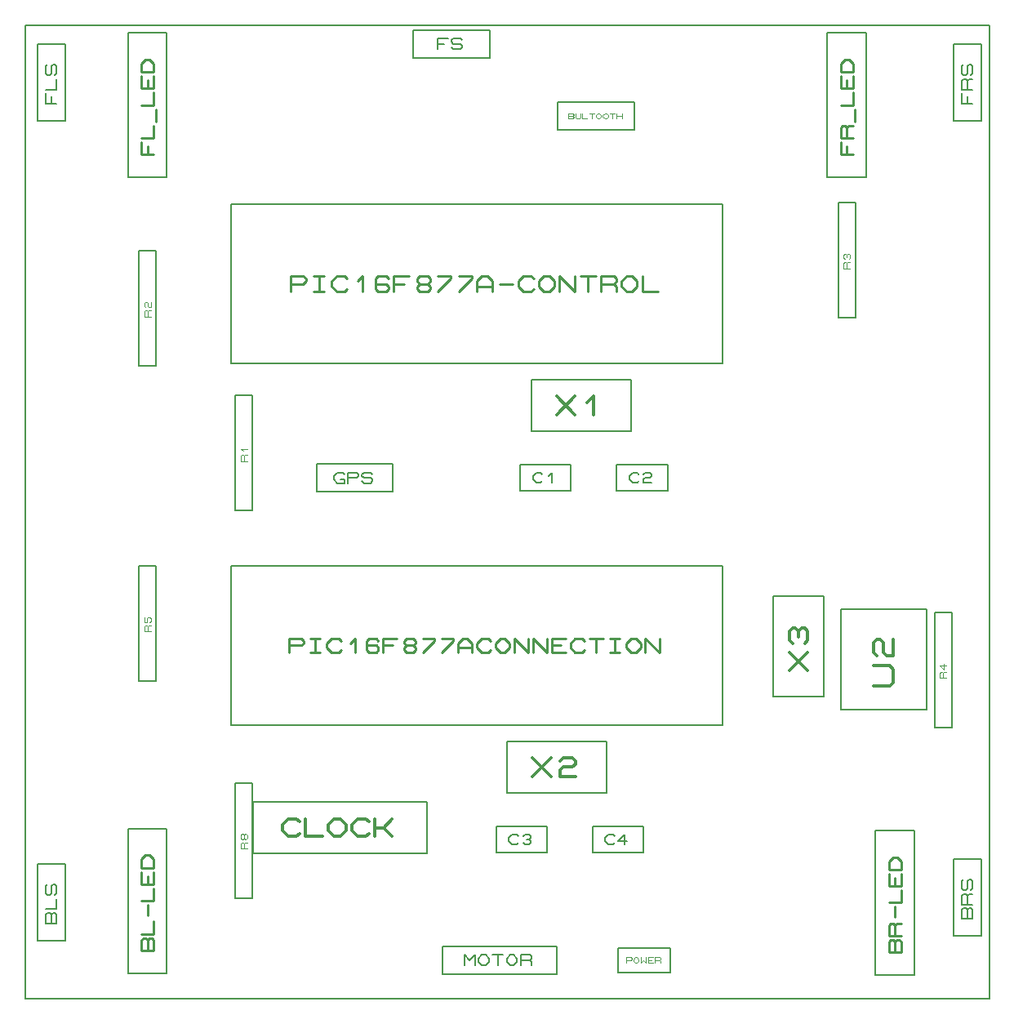
<source format=gbr>
G04 PROTEUS GERBER X2 FILE*
%TF.GenerationSoftware,Labcenter,Proteus,8.6-SP2-Build23525*%
%TF.CreationDate,2018-06-21T20:22:57+00:00*%
%TF.FileFunction,AssemblyDrawing,Top*%
%TF.FilePolarity,Positive*%
%TF.Part,Single*%
%FSLAX45Y45*%
%MOMM*%
G01*
%TA.AperFunction,Profile*%
%ADD20C,0.203200*%
%TA.AperFunction,Material*%
%ADD21C,0.203200*%
%ADD33C,0.268430*%
%ADD34C,0.242870*%
%ADD35C,0.164590*%
%ADD36C,0.214080*%
%ADD23C,0.152400*%
%ADD37C,0.182880*%
%ADD38C,0.106680*%
%ADD39C,0.316990*%
%ADD40C,0.093980*%
%ADD41C,0.299720*%
%ADD42C,0.345440*%
%ADD43C,0.089520*%
%TD.AperFunction*%
D20*
X-4520000Y-1400000D02*
X+5480000Y-1400000D01*
X+5480000Y+8690000D01*
X-4520000Y+8690000D01*
X-4520000Y-1400000D01*
D21*
X-2387160Y+5186500D02*
X+2713160Y+5186500D01*
X+2713160Y+6837500D01*
X-2387160Y+6837500D01*
X-2387160Y+5186500D01*
D33*
X-1769741Y+5931469D02*
X-1769741Y+6092531D01*
X-1635523Y+6092531D01*
X-1608680Y+6065687D01*
X-1608680Y+6038844D01*
X-1635523Y+6012000D01*
X-1769741Y+6012000D01*
X-1528149Y+6092531D02*
X-1420774Y+6092531D01*
X-1474462Y+6092531D02*
X-1474462Y+5931469D01*
X-1528149Y+5931469D02*
X-1420774Y+5931469D01*
X-1179182Y+5958313D02*
X-1206025Y+5931469D01*
X-1286556Y+5931469D01*
X-1340243Y+5985156D01*
X-1340243Y+6038844D01*
X-1286556Y+6092531D01*
X-1206025Y+6092531D01*
X-1179182Y+6065687D01*
X-1071807Y+6038844D02*
X-1018120Y+6092531D01*
X-1018120Y+5931469D01*
X-749684Y+6065687D02*
X-776527Y+6092531D01*
X-857058Y+6092531D01*
X-883902Y+6065687D01*
X-883902Y+5958313D01*
X-857058Y+5931469D01*
X-776527Y+5931469D01*
X-749684Y+5958313D01*
X-749684Y+5985156D01*
X-776527Y+6012000D01*
X-883902Y+6012000D01*
X-695996Y+5931469D02*
X-695996Y+6092531D01*
X-534935Y+6092531D01*
X-695996Y+6012000D02*
X-588622Y+6012000D01*
X-427560Y+6012000D02*
X-454404Y+6038844D01*
X-454404Y+6065687D01*
X-427560Y+6092531D01*
X-347029Y+6092531D01*
X-320186Y+6065687D01*
X-320186Y+6038844D01*
X-347029Y+6012000D01*
X-427560Y+6012000D01*
X-454404Y+5985156D01*
X-454404Y+5958313D01*
X-427560Y+5931469D01*
X-347029Y+5931469D01*
X-320186Y+5958313D01*
X-320186Y+5985156D01*
X-347029Y+6012000D01*
X-239655Y+6092531D02*
X-105437Y+6092531D01*
X-105437Y+6065687D01*
X-239655Y+5931469D01*
X-24906Y+6092531D02*
X+109312Y+6092531D01*
X+109312Y+6065687D01*
X-24906Y+5931469D01*
X+163000Y+5931469D02*
X+163000Y+6038844D01*
X+216687Y+6092531D01*
X+270374Y+6092531D01*
X+324061Y+6038844D01*
X+324061Y+5931469D01*
X+163000Y+5985156D02*
X+324061Y+5985156D01*
X+404592Y+6012000D02*
X+538810Y+6012000D01*
X+753559Y+5958313D02*
X+726716Y+5931469D01*
X+646185Y+5931469D01*
X+592498Y+5985156D01*
X+592498Y+6038844D01*
X+646185Y+6092531D01*
X+726716Y+6092531D01*
X+753559Y+6065687D01*
X+807247Y+6038844D02*
X+860934Y+6092531D01*
X+914621Y+6092531D01*
X+968308Y+6038844D01*
X+968308Y+5985156D01*
X+914621Y+5931469D01*
X+860934Y+5931469D01*
X+807247Y+5985156D01*
X+807247Y+6038844D01*
X+1021996Y+5931469D02*
X+1021996Y+6092531D01*
X+1183057Y+5931469D01*
X+1183057Y+6092531D01*
X+1236745Y+6092531D02*
X+1397806Y+6092531D01*
X+1317275Y+6092531D02*
X+1317275Y+5931469D01*
X+1451494Y+5931469D02*
X+1451494Y+6092531D01*
X+1585712Y+6092531D01*
X+1612555Y+6065687D01*
X+1612555Y+6038844D01*
X+1585712Y+6012000D01*
X+1451494Y+6012000D01*
X+1585712Y+6012000D02*
X+1612555Y+5985156D01*
X+1612555Y+5931469D01*
X+1666243Y+6038844D02*
X+1719930Y+6092531D01*
X+1773617Y+6092531D01*
X+1827304Y+6038844D01*
X+1827304Y+5985156D01*
X+1773617Y+5931469D01*
X+1719930Y+5931469D01*
X+1666243Y+5985156D01*
X+1666243Y+6038844D01*
X+1880992Y+6092531D02*
X+1880992Y+5931469D01*
X+2042053Y+5931469D01*
D21*
X-2387160Y+1436500D02*
X+2713160Y+1436500D01*
X+2713160Y+3087500D01*
X-2387160Y+3087500D01*
X-2387160Y+1436500D01*
D34*
X-1779970Y+2189138D02*
X-1779970Y+2334861D01*
X-1658535Y+2334861D01*
X-1634248Y+2310574D01*
X-1634248Y+2286287D01*
X-1658535Y+2262000D01*
X-1779970Y+2262000D01*
X-1561386Y+2334861D02*
X-1464238Y+2334861D01*
X-1512812Y+2334861D02*
X-1512812Y+2189138D01*
X-1561386Y+2189138D02*
X-1464238Y+2189138D01*
X-1245654Y+2213425D02*
X-1269941Y+2189138D01*
X-1342802Y+2189138D01*
X-1391376Y+2237712D01*
X-1391376Y+2286287D01*
X-1342802Y+2334861D01*
X-1269941Y+2334861D01*
X-1245654Y+2310574D01*
X-1148505Y+2286287D02*
X-1099931Y+2334861D01*
X-1099931Y+2189138D01*
X-857060Y+2310574D02*
X-881347Y+2334861D01*
X-954208Y+2334861D01*
X-978495Y+2310574D01*
X-978495Y+2213425D01*
X-954208Y+2189138D01*
X-881347Y+2189138D01*
X-857060Y+2213425D01*
X-857060Y+2237712D01*
X-881347Y+2262000D01*
X-978495Y+2262000D01*
X-808485Y+2189138D02*
X-808485Y+2334861D01*
X-662763Y+2334861D01*
X-808485Y+2262000D02*
X-711337Y+2262000D01*
X-565614Y+2262000D02*
X-589901Y+2286287D01*
X-589901Y+2310574D01*
X-565614Y+2334861D01*
X-492753Y+2334861D01*
X-468466Y+2310574D01*
X-468466Y+2286287D01*
X-492753Y+2262000D01*
X-565614Y+2262000D01*
X-589901Y+2237712D01*
X-589901Y+2213425D01*
X-565614Y+2189138D01*
X-492753Y+2189138D01*
X-468466Y+2213425D01*
X-468466Y+2237712D01*
X-492753Y+2262000D01*
X-395604Y+2334861D02*
X-274169Y+2334861D01*
X-274169Y+2310574D01*
X-395604Y+2189138D01*
X-201307Y+2334861D02*
X-79872Y+2334861D01*
X-79872Y+2310574D01*
X-201307Y+2189138D01*
X-31297Y+2189138D02*
X-31297Y+2286287D01*
X+17277Y+2334861D01*
X+65851Y+2334861D01*
X+114425Y+2286287D01*
X+114425Y+2189138D01*
X-31297Y+2237712D02*
X+114425Y+2237712D01*
X+308722Y+2213425D02*
X+284435Y+2189138D01*
X+211574Y+2189138D01*
X+163000Y+2237712D01*
X+163000Y+2286287D01*
X+211574Y+2334861D01*
X+284435Y+2334861D01*
X+308722Y+2310574D01*
X+357297Y+2286287D02*
X+405871Y+2334861D01*
X+454445Y+2334861D01*
X+503019Y+2286287D01*
X+503019Y+2237712D01*
X+454445Y+2189138D01*
X+405871Y+2189138D01*
X+357297Y+2237712D01*
X+357297Y+2286287D01*
X+551594Y+2189138D02*
X+551594Y+2334861D01*
X+697316Y+2189138D01*
X+697316Y+2334861D01*
X+745891Y+2189138D02*
X+745891Y+2334861D01*
X+891613Y+2189138D01*
X+891613Y+2334861D01*
X+1085910Y+2189138D02*
X+940188Y+2189138D01*
X+940188Y+2334861D01*
X+1085910Y+2334861D01*
X+940188Y+2262000D02*
X+1037336Y+2262000D01*
X+1280207Y+2213425D02*
X+1255920Y+2189138D01*
X+1183059Y+2189138D01*
X+1134485Y+2237712D01*
X+1134485Y+2286287D01*
X+1183059Y+2334861D01*
X+1255920Y+2334861D01*
X+1280207Y+2310574D01*
X+1328782Y+2334861D02*
X+1474504Y+2334861D01*
X+1401643Y+2334861D02*
X+1401643Y+2189138D01*
X+1547366Y+2334861D02*
X+1644514Y+2334861D01*
X+1595940Y+2334861D02*
X+1595940Y+2189138D01*
X+1547366Y+2189138D02*
X+1644514Y+2189138D01*
X+1717376Y+2286287D02*
X+1765950Y+2334861D01*
X+1814524Y+2334861D01*
X+1863098Y+2286287D01*
X+1863098Y+2237712D01*
X+1814524Y+2189138D01*
X+1765950Y+2189138D01*
X+1717376Y+2237712D01*
X+1717376Y+2286287D01*
X+1911673Y+2189138D02*
X+1911673Y+2334861D01*
X+2057395Y+2189138D01*
X+2057395Y+2334861D01*
D21*
X+612840Y+3862840D02*
X+1141160Y+3862840D01*
X+1141160Y+4137160D01*
X+612840Y+4137160D01*
X+612840Y+3862840D01*
D35*
X+844081Y+3967081D02*
X+827622Y+3950622D01*
X+778245Y+3950622D01*
X+745327Y+3983540D01*
X+745327Y+4016459D01*
X+778245Y+4049377D01*
X+827622Y+4049377D01*
X+844081Y+4032918D01*
X+909918Y+4016459D02*
X+942836Y+4049377D01*
X+942836Y+3950622D01*
D21*
X+1612840Y+3862840D02*
X+2141160Y+3862840D01*
X+2141160Y+4137160D01*
X+1612840Y+4137160D01*
X+1612840Y+3862840D01*
D35*
X+1844081Y+3967081D02*
X+1827622Y+3950622D01*
X+1778245Y+3950622D01*
X+1745327Y+3983540D01*
X+1745327Y+4016459D01*
X+1778245Y+4049377D01*
X+1827622Y+4049377D01*
X+1844081Y+4032918D01*
X+1893459Y+4032918D02*
X+1909918Y+4049377D01*
X+1959295Y+4049377D01*
X+1975754Y+4032918D01*
X+1975754Y+4016459D01*
X+1959295Y+4000000D01*
X+1909918Y+4000000D01*
X+1893459Y+3983540D01*
X+1893459Y+3950622D01*
X+1975754Y+3950622D01*
D21*
X+362840Y+112840D02*
X+891160Y+112840D01*
X+891160Y+387160D01*
X+362840Y+387160D01*
X+362840Y+112840D01*
D35*
X+594081Y+217081D02*
X+577622Y+200622D01*
X+528245Y+200622D01*
X+495327Y+233540D01*
X+495327Y+266459D01*
X+528245Y+299377D01*
X+577622Y+299377D01*
X+594081Y+282918D01*
X+643459Y+282918D02*
X+659918Y+299377D01*
X+709295Y+299377D01*
X+725754Y+282918D01*
X+725754Y+266459D01*
X+709295Y+250000D01*
X+725754Y+233540D01*
X+725754Y+217081D01*
X+709295Y+200622D01*
X+659918Y+200622D01*
X+643459Y+217081D01*
X+676377Y+250000D02*
X+709295Y+250000D01*
D21*
X+1362840Y+112840D02*
X+1891160Y+112840D01*
X+1891160Y+387160D01*
X+1362840Y+387160D01*
X+1362840Y+112840D01*
D35*
X+1594081Y+217081D02*
X+1577622Y+200622D01*
X+1528245Y+200622D01*
X+1495327Y+233540D01*
X+1495327Y+266459D01*
X+1528245Y+299377D01*
X+1577622Y+299377D01*
X+1594081Y+282918D01*
X+1725754Y+233540D02*
X+1627000Y+233540D01*
X+1692836Y+299377D01*
X+1692836Y+200622D01*
D21*
X+3799340Y+7115700D02*
X+4200660Y+7115700D01*
X+4200660Y+8614300D01*
X+3799340Y+8614300D01*
X+3799340Y+7115700D01*
D36*
X+4064225Y+7351196D02*
X+3935774Y+7351196D01*
X+3935774Y+7479647D01*
X+4000000Y+7351196D02*
X+4000000Y+7436830D01*
X+4064225Y+7522464D02*
X+3935774Y+7522464D01*
X+3935774Y+7629506D01*
X+3957183Y+7650915D01*
X+3978591Y+7650915D01*
X+4000000Y+7629506D01*
X+4000000Y+7522464D01*
X+4000000Y+7629506D02*
X+4021408Y+7650915D01*
X+4064225Y+7650915D01*
X+4085634Y+7693732D02*
X+4085634Y+7822183D01*
X+3935774Y+7865000D02*
X+4064225Y+7865000D01*
X+4064225Y+7993451D01*
X+4064225Y+8164719D02*
X+4064225Y+8036268D01*
X+3935774Y+8036268D01*
X+3935774Y+8164719D01*
X+4000000Y+8036268D02*
X+4000000Y+8121902D01*
X+4064225Y+8207536D02*
X+3935774Y+8207536D01*
X+3935774Y+8293170D01*
X+3978591Y+8335987D01*
X+4021408Y+8335987D01*
X+4064225Y+8293170D01*
X+4064225Y+8207536D01*
D21*
X-3450660Y+7115700D02*
X-3049340Y+7115700D01*
X-3049340Y+8614300D01*
X-3450660Y+8614300D01*
X-3450660Y+7115700D01*
D36*
X-3185775Y+7351196D02*
X-3314226Y+7351196D01*
X-3314226Y+7479647D01*
X-3250000Y+7351196D02*
X-3250000Y+7436830D01*
X-3314226Y+7522464D02*
X-3185775Y+7522464D01*
X-3185775Y+7650915D01*
X-3164366Y+7693732D02*
X-3164366Y+7822183D01*
X-3314226Y+7865000D02*
X-3185775Y+7865000D01*
X-3185775Y+7993451D01*
X-3185775Y+8164719D02*
X-3185775Y+8036268D01*
X-3314226Y+8036268D01*
X-3314226Y+8164719D01*
X-3250000Y+8036268D02*
X-3250000Y+8121902D01*
X-3185775Y+8207536D02*
X-3314226Y+8207536D01*
X-3314226Y+8293170D01*
X-3271409Y+8335987D01*
X-3228592Y+8335987D01*
X-3185775Y+8293170D01*
X-3185775Y+8207536D01*
D21*
X+4299340Y-1154300D02*
X+4700660Y-1154300D01*
X+4700660Y+344300D01*
X+4299340Y+344300D01*
X+4299340Y-1154300D01*
D36*
X+4564225Y-918804D02*
X+4435774Y-918804D01*
X+4435774Y-811762D01*
X+4457183Y-790353D01*
X+4478591Y-790353D01*
X+4500000Y-811762D01*
X+4521408Y-790353D01*
X+4542817Y-790353D01*
X+4564225Y-811762D01*
X+4564225Y-918804D01*
X+4500000Y-918804D02*
X+4500000Y-811762D01*
X+4564225Y-747536D02*
X+4435774Y-747536D01*
X+4435774Y-640494D01*
X+4457183Y-619085D01*
X+4478591Y-619085D01*
X+4500000Y-640494D01*
X+4500000Y-747536D01*
X+4500000Y-640494D02*
X+4521408Y-619085D01*
X+4564225Y-619085D01*
X+4500000Y-554860D02*
X+4500000Y-447817D01*
X+4435774Y-405000D02*
X+4564225Y-405000D01*
X+4564225Y-276549D01*
X+4564225Y-105281D02*
X+4564225Y-233732D01*
X+4435774Y-233732D01*
X+4435774Y-105281D01*
X+4500000Y-233732D02*
X+4500000Y-148098D01*
X+4564225Y-62464D02*
X+4435774Y-62464D01*
X+4435774Y+23170D01*
X+4478591Y+65987D01*
X+4521408Y+65987D01*
X+4564225Y+23170D01*
X+4564225Y-62464D01*
D21*
X-3450660Y-1134300D02*
X-3049340Y-1134300D01*
X-3049340Y+364300D01*
X-3450660Y+364300D01*
X-3450660Y-1134300D01*
D36*
X-3185775Y-898804D02*
X-3314226Y-898804D01*
X-3314226Y-791762D01*
X-3292817Y-770353D01*
X-3271409Y-770353D01*
X-3250000Y-791762D01*
X-3228592Y-770353D01*
X-3207183Y-770353D01*
X-3185775Y-791762D01*
X-3185775Y-898804D01*
X-3250000Y-898804D02*
X-3250000Y-791762D01*
X-3314226Y-727536D02*
X-3185775Y-727536D01*
X-3185775Y-599085D01*
X-3250000Y-534860D02*
X-3250000Y-427817D01*
X-3314226Y-385000D02*
X-3185775Y-385000D01*
X-3185775Y-256549D01*
X-3185775Y-85281D02*
X-3185775Y-213732D01*
X-3314226Y-213732D01*
X-3314226Y-85281D01*
X-3250000Y-213732D02*
X-3250000Y-128098D01*
X-3185775Y-42464D02*
X-3314226Y-42464D01*
X-3314226Y+43170D01*
X-3271409Y+85987D01*
X-3228592Y+85987D01*
X-3185775Y+43170D01*
X-3185775Y-42464D01*
D23*
X-495250Y+8644780D02*
X-495250Y+8355220D01*
X+295250Y+8355220D01*
X+295250Y+8644780D01*
X-495250Y+8644780D01*
X-495250Y+8355220D01*
X+295250Y+8355220D01*
X+295250Y+8644780D01*
X-495250Y+8644780D01*
D37*
X-246304Y+8445136D02*
X-246304Y+8554864D01*
X-136576Y+8554864D01*
X-246304Y+8500000D02*
X-173152Y+8500000D01*
X-100000Y+8463424D02*
X-81712Y+8445136D01*
X-8560Y+8445136D01*
X+9728Y+8463424D01*
X+9728Y+8481712D01*
X-8560Y+8500000D01*
X-81712Y+8500000D01*
X-100000Y+8518288D01*
X-100000Y+8536576D01*
X-81712Y+8554864D01*
X-8560Y+8554864D01*
X+9728Y+8536576D01*
D23*
X-4105220Y+8495250D02*
X-4394780Y+8495250D01*
X-4394780Y+7704750D01*
X-4105220Y+7704750D01*
X-4105220Y+8495250D01*
X-4394780Y+8495250D01*
X-4394780Y+7704750D01*
X-4105220Y+7704750D01*
X-4105220Y+8495250D01*
D37*
X-4195136Y+7880544D02*
X-4304864Y+7880544D01*
X-4304864Y+7990272D01*
X-4250000Y+7880544D02*
X-4250000Y+7953696D01*
X-4304864Y+8026848D02*
X-4195136Y+8026848D01*
X-4195136Y+8136576D01*
X-4213424Y+8173152D02*
X-4195136Y+8191440D01*
X-4195136Y+8264592D01*
X-4213424Y+8282880D01*
X-4231712Y+8282880D01*
X-4250000Y+8264592D01*
X-4250000Y+8191440D01*
X-4268288Y+8173152D01*
X-4286576Y+8173152D01*
X-4304864Y+8191440D01*
X-4304864Y+8264592D01*
X-4286576Y+8282880D01*
D23*
X+5394780Y+8495250D02*
X+5105220Y+8495250D01*
X+5105220Y+7704750D01*
X+5394780Y+7704750D01*
X+5394780Y+8495250D01*
X+5105220Y+8495250D01*
X+5105220Y+7704750D01*
X+5394780Y+7704750D01*
X+5394780Y+8495250D01*
D37*
X+5304864Y+7880544D02*
X+5195136Y+7880544D01*
X+5195136Y+7990272D01*
X+5250000Y+7880544D02*
X+5250000Y+7953696D01*
X+5304864Y+8026848D02*
X+5195136Y+8026848D01*
X+5195136Y+8118288D01*
X+5213424Y+8136576D01*
X+5231712Y+8136576D01*
X+5250000Y+8118288D01*
X+5250000Y+8026848D01*
X+5250000Y+8118288D02*
X+5268288Y+8136576D01*
X+5304864Y+8136576D01*
X+5286576Y+8173152D02*
X+5304864Y+8191440D01*
X+5304864Y+8264592D01*
X+5286576Y+8282880D01*
X+5268288Y+8282880D01*
X+5250000Y+8264592D01*
X+5250000Y+8191440D01*
X+5231712Y+8173152D01*
X+5213424Y+8173152D01*
X+5195136Y+8191440D01*
X+5195136Y+8264592D01*
X+5213424Y+8282880D01*
D23*
X+5394780Y+45250D02*
X+5105220Y+45250D01*
X+5105220Y-745250D01*
X+5394780Y-745250D01*
X+5394780Y+45250D01*
X+5105220Y+45250D01*
X+5105220Y-745250D01*
X+5394780Y-745250D01*
X+5394780Y+45250D01*
D37*
X+5304864Y-569456D02*
X+5195136Y-569456D01*
X+5195136Y-478016D01*
X+5213424Y-459728D01*
X+5231712Y-459728D01*
X+5250000Y-478016D01*
X+5268288Y-459728D01*
X+5286576Y-459728D01*
X+5304864Y-478016D01*
X+5304864Y-569456D01*
X+5250000Y-569456D02*
X+5250000Y-478016D01*
X+5304864Y-423152D02*
X+5195136Y-423152D01*
X+5195136Y-331712D01*
X+5213424Y-313424D01*
X+5231712Y-313424D01*
X+5250000Y-331712D01*
X+5250000Y-423152D01*
X+5250000Y-331712D02*
X+5268288Y-313424D01*
X+5304864Y-313424D01*
X+5286576Y-276848D02*
X+5304864Y-258560D01*
X+5304864Y-185408D01*
X+5286576Y-167120D01*
X+5268288Y-167120D01*
X+5250000Y-185408D01*
X+5250000Y-258560D01*
X+5231712Y-276848D01*
X+5213424Y-276848D01*
X+5195136Y-258560D01*
X+5195136Y-185408D01*
X+5213424Y-167120D01*
D23*
X-4105220Y-4750D02*
X-4394780Y-4750D01*
X-4394780Y-795250D01*
X-4105220Y-795250D01*
X-4105220Y-4750D01*
X-4394780Y-4750D01*
X-4394780Y-795250D01*
X-4105220Y-795250D01*
X-4105220Y-4750D01*
D37*
X-4195136Y-619456D02*
X-4304864Y-619456D01*
X-4304864Y-528016D01*
X-4286576Y-509728D01*
X-4268288Y-509728D01*
X-4250000Y-528016D01*
X-4231712Y-509728D01*
X-4213424Y-509728D01*
X-4195136Y-528016D01*
X-4195136Y-619456D01*
X-4250000Y-619456D02*
X-4250000Y-528016D01*
X-4304864Y-473152D02*
X-4195136Y-473152D01*
X-4195136Y-363424D01*
X-4213424Y-326848D02*
X-4195136Y-308560D01*
X-4195136Y-235408D01*
X-4213424Y-217120D01*
X-4231712Y-217120D01*
X-4250000Y-235408D01*
X-4250000Y-308560D01*
X-4268288Y-326848D01*
X-4286576Y-326848D01*
X-4304864Y-308560D01*
X-4304864Y-235408D01*
X-4286576Y-217120D01*
D23*
X-1495250Y+4144780D02*
X-1495250Y+3855220D01*
X-704750Y+3855220D01*
X-704750Y+4144780D01*
X-1495250Y+4144780D01*
X-1495250Y+3855220D01*
X-704750Y+3855220D01*
X-704750Y+4144780D01*
X-1495250Y+4144780D01*
D37*
X-1246304Y+3981712D02*
X-1209728Y+3981712D01*
X-1209728Y+3945136D01*
X-1282880Y+3945136D01*
X-1319456Y+3981712D01*
X-1319456Y+4018288D01*
X-1282880Y+4054864D01*
X-1228016Y+4054864D01*
X-1209728Y+4036576D01*
X-1173152Y+3945136D02*
X-1173152Y+4054864D01*
X-1081712Y+4054864D01*
X-1063424Y+4036576D01*
X-1063424Y+4018288D01*
X-1081712Y+4000000D01*
X-1173152Y+4000000D01*
X-1026848Y+3963424D02*
X-1008560Y+3945136D01*
X-935408Y+3945136D01*
X-917120Y+3963424D01*
X-917120Y+3981712D01*
X-935408Y+4000000D01*
X-1008560Y+4000000D01*
X-1026848Y+4018288D01*
X-1026848Y+4036576D01*
X-1008560Y+4054864D01*
X-935408Y+4054864D01*
X-917120Y+4036576D01*
D23*
X-195250Y-855220D02*
X-195250Y-1144780D01*
X+995250Y-1144780D01*
X+995250Y-855220D01*
X-195250Y-855220D01*
X-195250Y-1144780D01*
X+995250Y-1144780D01*
X+995250Y-855220D01*
X-195250Y-855220D01*
D37*
X+34240Y-1054864D02*
X+34240Y-945136D01*
X+89104Y-1000000D01*
X+143968Y-945136D01*
X+143968Y-1054864D01*
X+180544Y-981712D02*
X+217120Y-945136D01*
X+253696Y-945136D01*
X+290272Y-981712D01*
X+290272Y-1018288D01*
X+253696Y-1054864D01*
X+217120Y-1054864D01*
X+180544Y-1018288D01*
X+180544Y-981712D01*
X+326848Y-945136D02*
X+436576Y-945136D01*
X+381712Y-945136D02*
X+381712Y-1054864D01*
X+473152Y-981712D02*
X+509728Y-945136D01*
X+546304Y-945136D01*
X+582880Y-981712D01*
X+582880Y-1018288D01*
X+546304Y-1054864D01*
X+509728Y-1054864D01*
X+473152Y-1018288D01*
X+473152Y-981712D01*
X+619456Y-1054864D02*
X+619456Y-945136D01*
X+710896Y-945136D01*
X+729184Y-963424D01*
X+729184Y-981712D01*
X+710896Y-1000000D01*
X+619456Y-1000000D01*
X+710896Y-1000000D02*
X+729184Y-1018288D01*
X+729184Y-1054864D01*
D21*
X-2338900Y+3661100D02*
X-2161100Y+3661100D01*
X-2161100Y+4854900D01*
X-2338900Y+4854900D01*
X-2338900Y+3661100D01*
D38*
X-2217996Y+4172656D02*
X-2282004Y+4172656D01*
X-2282004Y+4225996D01*
X-2271336Y+4236664D01*
X-2260668Y+4236664D01*
X-2250000Y+4225996D01*
X-2250000Y+4172656D01*
X-2250000Y+4225996D02*
X-2239332Y+4236664D01*
X-2217996Y+4236664D01*
X-2260668Y+4279336D02*
X-2282004Y+4300672D01*
X-2217996Y+4300672D01*
D21*
X-3338900Y+5161100D02*
X-3161100Y+5161100D01*
X-3161100Y+6354900D01*
X-3338900Y+6354900D01*
X-3338900Y+5161100D01*
D38*
X-3217996Y+5672656D02*
X-3282004Y+5672656D01*
X-3282004Y+5725996D01*
X-3271336Y+5736664D01*
X-3260668Y+5736664D01*
X-3250000Y+5725996D01*
X-3250000Y+5672656D01*
X-3250000Y+5725996D02*
X-3239332Y+5736664D01*
X-3217996Y+5736664D01*
X-3271336Y+5768668D02*
X-3282004Y+5779336D01*
X-3282004Y+5811340D01*
X-3271336Y+5822008D01*
X-3260668Y+5822008D01*
X-3250000Y+5811340D01*
X-3250000Y+5779336D01*
X-3239332Y+5768668D01*
X-3217996Y+5768668D01*
X-3217996Y+5822008D01*
D21*
X+3911100Y+5661100D02*
X+4088900Y+5661100D01*
X+4088900Y+6854900D01*
X+3911100Y+6854900D01*
X+3911100Y+5661100D01*
D38*
X+4032004Y+6172656D02*
X+3967996Y+6172656D01*
X+3967996Y+6225996D01*
X+3978664Y+6236664D01*
X+3989332Y+6236664D01*
X+4000000Y+6225996D01*
X+4000000Y+6172656D01*
X+4000000Y+6225996D02*
X+4010668Y+6236664D01*
X+4032004Y+6236664D01*
X+3978664Y+6268668D02*
X+3967996Y+6279336D01*
X+3967996Y+6311340D01*
X+3978664Y+6322008D01*
X+3989332Y+6322008D01*
X+4000000Y+6311340D01*
X+4010668Y+6322008D01*
X+4021336Y+6322008D01*
X+4032004Y+6311340D01*
X+4032004Y+6279336D01*
X+4021336Y+6268668D01*
X+4000000Y+6290004D02*
X+4000000Y+6311340D01*
D21*
X+4911100Y+1411100D02*
X+5088900Y+1411100D01*
X+5088900Y+2604900D01*
X+4911100Y+2604900D01*
X+4911100Y+1411100D01*
D38*
X+5032004Y+1922656D02*
X+4967996Y+1922656D01*
X+4967996Y+1975996D01*
X+4978664Y+1986664D01*
X+4989332Y+1986664D01*
X+5000000Y+1975996D01*
X+5000000Y+1922656D01*
X+5000000Y+1975996D02*
X+5010668Y+1986664D01*
X+5032004Y+1986664D01*
X+5010668Y+2072008D02*
X+5010668Y+2008000D01*
X+4967996Y+2050672D01*
X+5032004Y+2050672D01*
D21*
X-3338900Y+1895100D02*
X-3161100Y+1895100D01*
X-3161100Y+3088900D01*
X-3338900Y+3088900D01*
X-3338900Y+1895100D01*
D38*
X-3217996Y+2406656D02*
X-3282004Y+2406656D01*
X-3282004Y+2459996D01*
X-3271336Y+2470664D01*
X-3260668Y+2470664D01*
X-3250000Y+2459996D01*
X-3250000Y+2406656D01*
X-3250000Y+2459996D02*
X-3239332Y+2470664D01*
X-3217996Y+2470664D01*
X-3282004Y+2556008D02*
X-3282004Y+2502668D01*
X-3260668Y+2502668D01*
X-3260668Y+2545340D01*
X-3250000Y+2556008D01*
X-3228664Y+2556008D01*
X-3217996Y+2545340D01*
X-3217996Y+2513336D01*
X-3228664Y+2502668D01*
D21*
X-2338900Y-354900D02*
X-2161100Y-354900D01*
X-2161100Y+838900D01*
X-2338900Y+838900D01*
X-2338900Y-354900D01*
D38*
X-2217996Y+156656D02*
X-2282004Y+156656D01*
X-2282004Y+209996D01*
X-2271336Y+220664D01*
X-2260668Y+220664D01*
X-2250000Y+209996D01*
X-2250000Y+156656D01*
X-2250000Y+209996D02*
X-2239332Y+220664D01*
X-2217996Y+220664D01*
X-2250000Y+263336D02*
X-2260668Y+252668D01*
X-2271336Y+252668D01*
X-2282004Y+263336D01*
X-2282004Y+295340D01*
X-2271336Y+306008D01*
X-2260668Y+306008D01*
X-2250000Y+295340D01*
X-2250000Y+263336D01*
X-2239332Y+252668D01*
X-2228664Y+252668D01*
X-2217996Y+263336D01*
X-2217996Y+295340D01*
X-2228664Y+306008D01*
X-2239332Y+306008D01*
X-2250000Y+295340D01*
D21*
X+727840Y+4485840D02*
X+1764160Y+4485840D01*
X+1764160Y+5014160D01*
X+727840Y+5014160D01*
X+727840Y+4485840D01*
D39*
X+992407Y+4845097D02*
X+1182601Y+4654902D01*
X+992407Y+4654902D02*
X+1182601Y+4845097D01*
X+1309398Y+4781699D02*
X+1372796Y+4845097D01*
X+1372796Y+4654902D01*
D21*
X+477840Y+735840D02*
X+1514160Y+735840D01*
X+1514160Y+1264160D01*
X+477840Y+1264160D01*
X+477840Y+735840D01*
D39*
X+742407Y+1095097D02*
X+932601Y+904902D01*
X+742407Y+904902D02*
X+932601Y+1095097D01*
X+1027699Y+1063398D02*
X+1059398Y+1095097D01*
X+1154495Y+1095097D01*
X+1186194Y+1063398D01*
X+1186194Y+1031699D01*
X+1154495Y+1000000D01*
X+1059398Y+1000000D01*
X+1027699Y+968300D01*
X+1027699Y+904902D01*
X+1186194Y+904902D01*
D23*
X+2174320Y-1125400D02*
X+2174320Y-873940D01*
X+1625680Y-873940D01*
X+1625680Y-1125400D01*
X+2174320Y-1125400D01*
X+2174320Y-873940D01*
X+1625680Y-873940D01*
X+1625680Y-1125400D01*
X+2174320Y-1125400D01*
D40*
X+1712040Y-1027864D02*
X+1712040Y-971476D01*
X+1759030Y-971476D01*
X+1768428Y-980874D01*
X+1768428Y-990272D01*
X+1759030Y-999670D01*
X+1712040Y-999670D01*
X+1787224Y-990272D02*
X+1806020Y-971476D01*
X+1824816Y-971476D01*
X+1843612Y-990272D01*
X+1843612Y-1009068D01*
X+1824816Y-1027864D01*
X+1806020Y-1027864D01*
X+1787224Y-1009068D01*
X+1787224Y-990272D01*
X+1862408Y-971476D02*
X+1862408Y-1027864D01*
X+1890602Y-999670D01*
X+1918796Y-1027864D01*
X+1918796Y-971476D01*
X+1993980Y-1027864D02*
X+1937592Y-1027864D01*
X+1937592Y-971476D01*
X+1993980Y-971476D01*
X+1937592Y-999670D02*
X+1975184Y-999670D01*
X+2012776Y-1027864D02*
X+2012776Y-971476D01*
X+2059766Y-971476D01*
X+2069164Y-980874D01*
X+2069164Y-990272D01*
X+2059766Y-999670D01*
X+2012776Y-999670D01*
X+2059766Y-999670D02*
X+2069164Y-1009068D01*
X+2069164Y-1027864D01*
D21*
X-2153160Y+108840D02*
X-354840Y+108840D01*
X-354840Y+637160D01*
X-2153160Y+637160D01*
X-2153160Y+108840D01*
D41*
X-1673608Y+313056D02*
X-1703580Y+283084D01*
X-1793496Y+283084D01*
X-1853440Y+343028D01*
X-1853440Y+402972D01*
X-1793496Y+462916D01*
X-1703580Y+462916D01*
X-1673608Y+432944D01*
X-1613664Y+462916D02*
X-1613664Y+283084D01*
X-1433832Y+283084D01*
X-1373888Y+402972D02*
X-1313944Y+462916D01*
X-1254000Y+462916D01*
X-1194056Y+402972D01*
X-1194056Y+343028D01*
X-1254000Y+283084D01*
X-1313944Y+283084D01*
X-1373888Y+343028D01*
X-1373888Y+402972D01*
X-954280Y+313056D02*
X-984252Y+283084D01*
X-1074168Y+283084D01*
X-1134112Y+343028D01*
X-1134112Y+402972D01*
X-1074168Y+462916D01*
X-984252Y+462916D01*
X-954280Y+432944D01*
X-894336Y+462916D02*
X-894336Y+283084D01*
X-714504Y+462916D02*
X-804420Y+373000D01*
X-714504Y+283084D01*
X-894336Y+373000D02*
X-804420Y+373000D01*
D21*
X+3936500Y+1600840D02*
X+4825500Y+1600840D01*
X+4825500Y+2637160D01*
X+3936500Y+2637160D01*
X+3936500Y+1600840D01*
D42*
X+4277368Y+1842648D02*
X+4450088Y+1842648D01*
X+4484632Y+1877192D01*
X+4484632Y+2015368D01*
X+4450088Y+2049912D01*
X+4277368Y+2049912D01*
X+4311912Y+2153544D02*
X+4277368Y+2188088D01*
X+4277368Y+2291720D01*
X+4311912Y+2326264D01*
X+4346456Y+2326264D01*
X+4381000Y+2291720D01*
X+4381000Y+2188088D01*
X+4415544Y+2153544D01*
X+4484632Y+2153544D01*
X+4484632Y+2326264D01*
D21*
X+3235840Y+1735840D02*
X+3764160Y+1735840D01*
X+3764160Y+2772160D01*
X+3235840Y+2772160D01*
X+3235840Y+1735840D01*
D39*
X+3404903Y+2000407D02*
X+3595098Y+2190601D01*
X+3595098Y+2000407D02*
X+3404903Y+2190601D01*
X+3436602Y+2285699D02*
X+3404903Y+2317398D01*
X+3404903Y+2412495D01*
X+3436602Y+2444194D01*
X+3468301Y+2444194D01*
X+3500000Y+2412495D01*
X+3531700Y+2444194D01*
X+3563399Y+2444194D01*
X+3595098Y+2412495D01*
X+3595098Y+2317398D01*
X+3563399Y+2285699D01*
X+3500000Y+2349097D02*
X+3500000Y+2412495D01*
D23*
X+1004750Y+7894780D02*
X+1004750Y+7605220D01*
X+1795250Y+7605220D01*
X+1795250Y+7894780D01*
X+1004750Y+7894780D01*
X+1004750Y+7605220D01*
X+1795250Y+7605220D01*
X+1795250Y+7894780D01*
X+1004750Y+7894780D01*
D43*
X+1113520Y+7723142D02*
X+1113520Y+7776857D01*
X+1158282Y+7776857D01*
X+1167235Y+7767905D01*
X+1167235Y+7758952D01*
X+1158282Y+7750000D01*
X+1167235Y+7741047D01*
X+1167235Y+7732094D01*
X+1158282Y+7723142D01*
X+1113520Y+7723142D01*
X+1113520Y+7750000D02*
X+1158282Y+7750000D01*
X+1185140Y+7776857D02*
X+1185140Y+7732094D01*
X+1194092Y+7723142D01*
X+1229902Y+7723142D01*
X+1238855Y+7732094D01*
X+1238855Y+7776857D01*
X+1256760Y+7776857D02*
X+1256760Y+7723142D01*
X+1310475Y+7723142D01*
X+1328380Y+7776857D02*
X+1382095Y+7776857D01*
X+1355237Y+7776857D02*
X+1355237Y+7723142D01*
X+1400000Y+7758952D02*
X+1417905Y+7776857D01*
X+1435810Y+7776857D01*
X+1453715Y+7758952D01*
X+1453715Y+7741047D01*
X+1435810Y+7723142D01*
X+1417905Y+7723142D01*
X+1400000Y+7741047D01*
X+1400000Y+7758952D01*
X+1471620Y+7758952D02*
X+1489525Y+7776857D01*
X+1507430Y+7776857D01*
X+1525335Y+7758952D01*
X+1525335Y+7741047D01*
X+1507430Y+7723142D01*
X+1489525Y+7723142D01*
X+1471620Y+7741047D01*
X+1471620Y+7758952D01*
X+1543240Y+7776857D02*
X+1596955Y+7776857D01*
X+1570097Y+7776857D02*
X+1570097Y+7723142D01*
X+1614860Y+7723142D02*
X+1614860Y+7776857D01*
X+1668575Y+7776857D02*
X+1668575Y+7723142D01*
X+1614860Y+7750000D02*
X+1668575Y+7750000D01*
M02*

</source>
